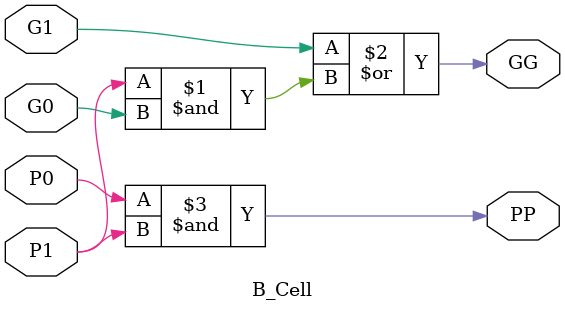
<source format=v>

module B_Cell(G0, G1, P0, P1, PP, GG);
	input G0, G1, P0, P1;
	output GG, PP;
	
	assign GG = G1 | (P1 & G0);
	assign PP = P0 & P1;
endmodule
//B_Cell = G_k-1:l, G_i:k, P_k-1:l, P_i:k >> G_i:l, P_i:i

</source>
